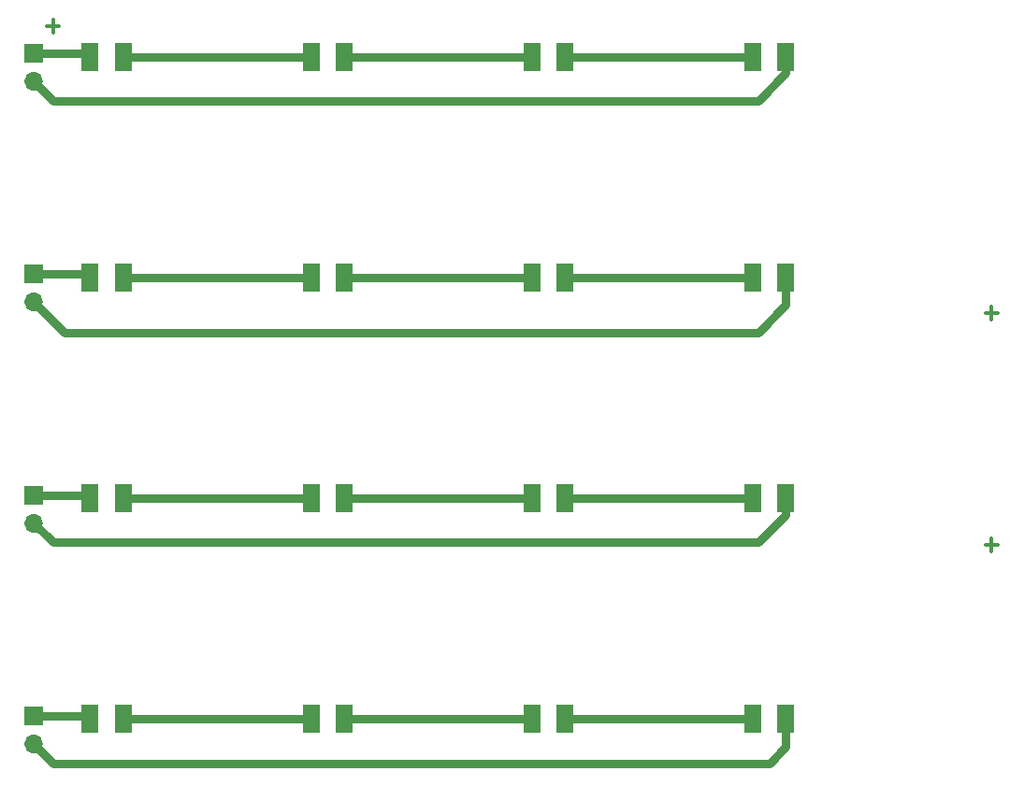
<source format=gbr>
%TF.GenerationSoftware,KiCad,Pcbnew,7.0.6*%
%TF.CreationDate,2023-11-20T17:26:12+00:00*%
%TF.ProjectId,green_led_pcb,67726565-6e5f-46c6-9564-5f7063622e6b,rev?*%
%TF.SameCoordinates,Original*%
%TF.FileFunction,Copper,L1,Top*%
%TF.FilePolarity,Positive*%
%FSLAX46Y46*%
G04 Gerber Fmt 4.6, Leading zero omitted, Abs format (unit mm)*
G04 Created by KiCad (PCBNEW 7.0.6) date 2023-11-20 17:26:12*
%MOMM*%
%LPD*%
G01*
G04 APERTURE LIST*
%ADD10C,0.300000*%
%TA.AperFunction,NonConductor*%
%ADD11C,0.300000*%
%TD*%
%TA.AperFunction,ComponentPad*%
%ADD12R,1.700000X1.700000*%
%TD*%
%TA.AperFunction,ComponentPad*%
%ADD13O,1.700000X1.700000*%
%TD*%
%TA.AperFunction,SMDPad,CuDef*%
%ADD14R,1.500000X2.600000*%
%TD*%
%TA.AperFunction,Conductor*%
%ADD15C,0.750000*%
%TD*%
G04 APERTURE END LIST*
D10*
D11*
X-445490Y-51229400D02*
X697368Y-51229400D01*
X125939Y-51800828D02*
X125939Y-50657971D01*
D10*
D11*
X-445490Y-30229400D02*
X697368Y-30229400D01*
X125939Y-30800828D02*
X125939Y-29657971D01*
D10*
D11*
X-85445490Y-4229400D02*
X-84302632Y-4229400D01*
X-84874061Y-4800828D02*
X-84874061Y-3657971D01*
D12*
%TO.P,J4,1,Pin_1*%
%TO.N,Net-(D13-A)*%
X-86600000Y-66700000D03*
D13*
%TO.P,J4,2,Pin_2*%
%TO.N,Net-(D16-K)*%
X-86600000Y-69240000D03*
%TD*%
%TO.P,J3,2,Pin_2*%
%TO.N,Net-(D12-K)*%
X-86600000Y-49240000D03*
D12*
%TO.P,J3,1,Pin_1*%
%TO.N,Net-(D9-A)*%
X-86600000Y-46700000D03*
%TD*%
%TO.P,J2,1,Pin_1*%
%TO.N,Net-(D5-A)*%
X-86600000Y-26700000D03*
D13*
%TO.P,J2,2,Pin_2*%
%TO.N,Net-(D8-K)*%
X-86600000Y-29240000D03*
%TD*%
D14*
%TO.P,D16,1,K*%
%TO.N,Net-(D16-K)*%
X-18500000Y-67000000D03*
%TO.P,D16,2,A*%
%TO.N,Net-(D15-K)*%
X-21500000Y-67000000D03*
%TD*%
%TO.P,D15,1,K*%
%TO.N,Net-(D15-K)*%
X-38500000Y-67000000D03*
%TO.P,D15,2,A*%
%TO.N,Net-(D14-K)*%
X-41500000Y-67000000D03*
%TD*%
%TO.P,D14,2,A*%
%TO.N,Net-(D13-K)*%
X-61500000Y-67000000D03*
%TO.P,D14,1,K*%
%TO.N,Net-(D14-K)*%
X-58500000Y-67000000D03*
%TD*%
%TO.P,D13,1,K*%
%TO.N,Net-(D13-K)*%
X-78500000Y-67000000D03*
%TO.P,D13,2,A*%
%TO.N,Net-(D13-A)*%
X-81500000Y-67000000D03*
%TD*%
%TO.P,D12,1,K*%
%TO.N,Net-(D12-K)*%
X-18500000Y-47000000D03*
%TO.P,D12,2,A*%
%TO.N,Net-(D11-K)*%
X-21500000Y-47000000D03*
%TD*%
%TO.P,D11,1,K*%
%TO.N,Net-(D11-K)*%
X-38500000Y-47000000D03*
%TO.P,D11,2,A*%
%TO.N,Net-(D10-K)*%
X-41500000Y-47000000D03*
%TD*%
%TO.P,D10,1,K*%
%TO.N,Net-(D10-K)*%
X-58500000Y-47000000D03*
%TO.P,D10,2,A*%
%TO.N,Net-(D10-A)*%
X-61500000Y-47000000D03*
%TD*%
%TO.P,D9,1,K*%
%TO.N,Net-(D10-A)*%
X-78500000Y-47000000D03*
%TO.P,D9,2,A*%
%TO.N,Net-(D9-A)*%
X-81500000Y-47000000D03*
%TD*%
%TO.P,D8,2,A*%
%TO.N,Net-(D7-K)*%
X-21500000Y-27000000D03*
%TO.P,D8,1,K*%
%TO.N,Net-(D8-K)*%
X-18500000Y-27000000D03*
%TD*%
%TO.P,D7,2,A*%
%TO.N,Net-(D6-K)*%
X-41500000Y-27000000D03*
%TO.P,D7,1,K*%
%TO.N,Net-(D7-K)*%
X-38500000Y-27000000D03*
%TD*%
%TO.P,D6,2,A*%
%TO.N,Net-(D5-K)*%
X-61500000Y-27000000D03*
%TO.P,D6,1,K*%
%TO.N,Net-(D6-K)*%
X-58500000Y-27000000D03*
%TD*%
%TO.P,D5,1,K*%
%TO.N,Net-(D5-K)*%
X-78500000Y-27000000D03*
%TO.P,D5,2,A*%
%TO.N,Net-(D5-A)*%
X-81500000Y-27000000D03*
%TD*%
D13*
%TO.P,J1,2,Pin_2*%
%TO.N,Net-(D4-K)*%
X-86600000Y-9240000D03*
D12*
%TO.P,J1,1,Pin_1*%
%TO.N,Net-(D1-A)*%
X-86600000Y-6700000D03*
%TD*%
D14*
%TO.P,D4,1,K*%
%TO.N,Net-(D4-K)*%
X-18500000Y-7000000D03*
%TO.P,D4,2,A*%
%TO.N,Net-(D3-K)*%
X-21500000Y-7000000D03*
%TD*%
%TO.P,D3,1,K*%
%TO.N,Net-(D3-K)*%
X-38500000Y-7000000D03*
%TO.P,D3,2,A*%
%TO.N,Net-(D2-K)*%
X-41500000Y-7000000D03*
%TD*%
%TO.P,D2,1,K*%
%TO.N,Net-(D2-K)*%
X-58500000Y-7000000D03*
%TO.P,D2,2,A*%
%TO.N,Net-(D1-K)*%
X-61500000Y-7000000D03*
%TD*%
%TO.P,D1,1,K*%
%TO.N,Net-(D1-K)*%
X-78500000Y-7000000D03*
%TO.P,D1,2,A*%
%TO.N,Net-(D1-A)*%
X-81500000Y-7000000D03*
%TD*%
D15*
%TO.N,Net-(D8-K)*%
X-18500000Y-29500000D02*
X-18500000Y-27000000D01*
X-21000000Y-32000000D02*
X-18500000Y-29500000D01*
X-83840000Y-32000000D02*
X-21000000Y-32000000D01*
X-86600000Y-29240000D02*
X-83840000Y-32000000D01*
%TO.N,Net-(D12-K)*%
X-84840000Y-51000000D02*
X-86600000Y-49240000D01*
X-18500000Y-48500000D02*
X-21000000Y-51000000D01*
X-21000000Y-51000000D02*
X-84840000Y-51000000D01*
X-18500000Y-47000000D02*
X-18500000Y-48500000D01*
%TO.N,Net-(D16-K)*%
X-20000000Y-71000000D02*
X-18500000Y-69500000D01*
X-18500000Y-69500000D02*
X-18500000Y-67000000D01*
X-84840000Y-71000000D02*
X-20000000Y-71000000D01*
X-86600000Y-69240000D02*
X-84840000Y-71000000D01*
%TO.N,Net-(D13-A)*%
X-81800000Y-66700000D02*
X-81500000Y-67000000D01*
X-86600000Y-66700000D02*
X-81800000Y-66700000D01*
%TO.N,Net-(D9-A)*%
X-81800000Y-46700000D02*
X-81500000Y-47000000D01*
X-86600000Y-46700000D02*
X-81800000Y-46700000D01*
%TO.N,Net-(D5-A)*%
X-81800000Y-26700000D02*
X-81500000Y-27000000D01*
X-86600000Y-26700000D02*
X-81800000Y-26700000D01*
%TO.N,Net-(D1-A)*%
X-81800000Y-6700000D02*
X-81500000Y-7000000D01*
X-86600000Y-6700000D02*
X-81800000Y-6700000D01*
%TO.N,Net-(D4-K)*%
X-84840000Y-11000000D02*
X-86600000Y-9240000D01*
X-18500000Y-8500000D02*
X-21000000Y-11000000D01*
X-21000000Y-11000000D02*
X-84840000Y-11000000D01*
X-18500000Y-7000000D02*
X-18500000Y-8500000D01*
%TO.N,Net-(D13-K)*%
X-61500000Y-67000000D02*
X-78500000Y-67000000D01*
%TO.N,Net-(D14-K)*%
X-41500000Y-67000000D02*
X-58500000Y-67000000D01*
%TO.N,Net-(D15-K)*%
X-21500000Y-67000000D02*
X-38500000Y-67000000D01*
%TO.N,Net-(D10-A)*%
X-61500000Y-47000000D02*
X-78500000Y-47000000D01*
%TO.N,Net-(D10-K)*%
X-41500000Y-47000000D02*
X-58500000Y-47000000D01*
%TO.N,Net-(D11-K)*%
X-21500000Y-47000000D02*
X-38500000Y-47000000D01*
%TO.N,Net-(D7-K)*%
X-38500000Y-27000000D02*
X-21500000Y-27000000D01*
%TO.N,Net-(D6-K)*%
X-58500000Y-27000000D02*
X-41500000Y-27000000D01*
%TO.N,Net-(D5-K)*%
X-78500000Y-27000000D02*
X-61500000Y-27000000D01*
%TO.N,Net-(D1-K)*%
X-61500000Y-7000000D02*
X-78500000Y-7000000D01*
%TO.N,Net-(D2-K)*%
X-41500000Y-7000000D02*
X-58500000Y-7000000D01*
%TO.N,Net-(D3-K)*%
X-21500000Y-7000000D02*
X-38500000Y-7000000D01*
%TD*%
M02*

</source>
